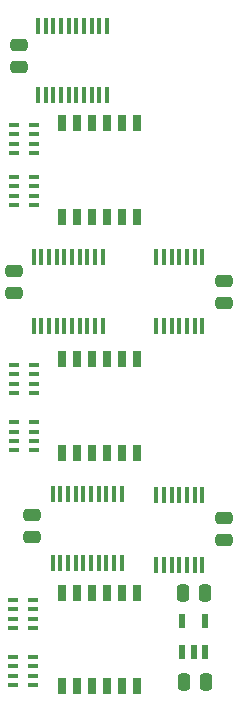
<source format=gtp>
%TF.GenerationSoftware,KiCad,Pcbnew,7.0.5*%
%TF.CreationDate,2024-02-16T14:40:26+02:00*%
%TF.ProjectId,Clock Hold Select,436c6f63-6b20-4486-9f6c-642053656c65,rev?*%
%TF.SameCoordinates,PX54c81a0PY37b6b20*%
%TF.FileFunction,Paste,Top*%
%TF.FilePolarity,Positive*%
%FSLAX46Y46*%
G04 Gerber Fmt 4.6, Leading zero omitted, Abs format (unit mm)*
G04 Created by KiCad (PCBNEW 7.0.5) date 2024-02-16 14:40:26*
%MOMM*%
%LPD*%
G01*
G04 APERTURE LIST*
G04 Aperture macros list*
%AMRoundRect*
0 Rectangle with rounded corners*
0 $1 Rounding radius*
0 $2 $3 $4 $5 $6 $7 $8 $9 X,Y pos of 4 corners*
0 Add a 4 corners polygon primitive as box body*
4,1,4,$2,$3,$4,$5,$6,$7,$8,$9,$2,$3,0*
0 Add four circle primitives for the rounded corners*
1,1,$1+$1,$2,$3*
1,1,$1+$1,$4,$5*
1,1,$1+$1,$6,$7*
1,1,$1+$1,$8,$9*
0 Add four rect primitives between the rounded corners*
20,1,$1+$1,$2,$3,$4,$5,0*
20,1,$1+$1,$4,$5,$6,$7,0*
20,1,$1+$1,$6,$7,$8,$9,0*
20,1,$1+$1,$8,$9,$2,$3,0*%
G04 Aperture macros list end*
%ADD10R,0.600000X1.150000*%
%ADD11R,0.450000X1.475000*%
%ADD12R,0.750000X1.450000*%
%ADD13RoundRect,0.250000X-0.475000X0.250000X-0.475000X-0.250000X0.475000X-0.250000X0.475000X0.250000X0*%
%ADD14R,0.900000X0.450000*%
%ADD15RoundRect,0.250000X0.250000X0.475000X-0.250000X0.475000X-0.250000X-0.475000X0.250000X-0.475000X0*%
G04 APERTURE END LIST*
D10*
%TO.C,IC1*%
X17150000Y-49179000D03*
X18100000Y-49179000D03*
X19050000Y-49179000D03*
X19050000Y-46579000D03*
X17150000Y-46579000D03*
%TD*%
D11*
%TO.C,IC2*%
X4923229Y3827000D03*
X5573229Y3827000D03*
X6223229Y3827000D03*
X6873229Y3827000D03*
X7523229Y3827000D03*
X8173229Y3827000D03*
X8823229Y3827000D03*
X9473229Y3827000D03*
X10123229Y3827000D03*
X10773229Y3827000D03*
X10773229Y-2049000D03*
X10123229Y-2049000D03*
X9473229Y-2049000D03*
X8823229Y-2049000D03*
X8173229Y-2049000D03*
X7523229Y-2049000D03*
X6873229Y-2049000D03*
X6223229Y-2049000D03*
X5573229Y-2049000D03*
X4923229Y-2049000D03*
%TD*%
%TO.C,IC3*%
X14941000Y-41800000D03*
X15591000Y-41800000D03*
X16241000Y-41800000D03*
X16891000Y-41800000D03*
X17541000Y-41800000D03*
X18191000Y-41800000D03*
X18841000Y-41800000D03*
X18841000Y-35924000D03*
X18191000Y-35924000D03*
X17541000Y-35924000D03*
X16891000Y-35924000D03*
X16241000Y-35924000D03*
X15591000Y-35924000D03*
X14941000Y-35924000D03*
%TD*%
%TO.C,IC4*%
X4568000Y-21607000D03*
X5218000Y-21607000D03*
X5868000Y-21607000D03*
X6518000Y-21607000D03*
X7168000Y-21607000D03*
X7818000Y-21607000D03*
X8468000Y-21607000D03*
X9118000Y-21607000D03*
X9768000Y-21607000D03*
X10418000Y-21607000D03*
X10418000Y-15731000D03*
X9768000Y-15731000D03*
X9118000Y-15731000D03*
X8468000Y-15731000D03*
X7818000Y-15731000D03*
X7168000Y-15731000D03*
X6518000Y-15731000D03*
X5868000Y-15731000D03*
X5218000Y-15731000D03*
X4568000Y-15731000D03*
%TD*%
%TO.C,IC5*%
X6164250Y-41673000D03*
X6814250Y-41673000D03*
X7464250Y-41673000D03*
X8114250Y-41673000D03*
X8764250Y-41673000D03*
X9414250Y-41673000D03*
X10064250Y-41673000D03*
X10714250Y-41673000D03*
X11364250Y-41673000D03*
X12014250Y-41673000D03*
X12014250Y-35797000D03*
X11364250Y-35797000D03*
X10714250Y-35797000D03*
X10064250Y-35797000D03*
X9414250Y-35797000D03*
X8764250Y-35797000D03*
X8114250Y-35797000D03*
X7464250Y-35797000D03*
X6814250Y-35797000D03*
X6164250Y-35797000D03*
%TD*%
%TO.C,IC6*%
X14941000Y-21607000D03*
X15591000Y-21607000D03*
X16241000Y-21607000D03*
X16891000Y-21607000D03*
X17541000Y-21607000D03*
X18191000Y-21607000D03*
X18841000Y-21607000D03*
X18841000Y-15731000D03*
X18191000Y-15731000D03*
X17541000Y-15731000D03*
X16891000Y-15731000D03*
X16241000Y-15731000D03*
X15591000Y-15731000D03*
X14941000Y-15731000D03*
%TD*%
D12*
%TO.C,S1*%
X6985000Y-12357000D03*
X8255000Y-12357000D03*
X9525000Y-12357000D03*
X10795000Y-12357000D03*
X12065000Y-12357000D03*
X13335000Y-12357000D03*
X13335000Y-4407000D03*
X12065000Y-4407000D03*
X10795000Y-4407000D03*
X9525000Y-4407000D03*
X8255000Y-4407000D03*
X6985000Y-4407000D03*
%TD*%
%TO.C,S2*%
X6985000Y-32334000D03*
X8255000Y-32334000D03*
X9525000Y-32334000D03*
X10795000Y-32334000D03*
X12065000Y-32334000D03*
X13335000Y-32334000D03*
X13335000Y-24384000D03*
X12065000Y-24384000D03*
X10795000Y-24384000D03*
X9525000Y-24384000D03*
X8255000Y-24384000D03*
X6985000Y-24384000D03*
%TD*%
%TO.C,S3*%
X6985000Y-52108000D03*
X8255000Y-52108000D03*
X9525000Y-52108000D03*
X10795000Y-52108000D03*
X12065000Y-52108000D03*
X13335000Y-52108000D03*
X13335000Y-44158000D03*
X12065000Y-44158000D03*
X10795000Y-44158000D03*
X9525000Y-44158000D03*
X8255000Y-44158000D03*
X6985000Y-44158000D03*
%TD*%
D13*
%TO.C,C4*%
X20701000Y-37801000D03*
X20701000Y-39701000D03*
%TD*%
D14*
%TO.C,RN2*%
X2931000Y-8960000D03*
X2931000Y-9760000D03*
X2931000Y-10560000D03*
X2931000Y-11360000D03*
X4631000Y-11360000D03*
X4631000Y-10560000D03*
X4631000Y-9760000D03*
X4631000Y-8960000D03*
%TD*%
D15*
%TO.C,C10*%
X19161000Y-51689000D03*
X17261000Y-51689000D03*
%TD*%
D14*
%TO.C,RN5*%
X2804000Y-44774000D03*
X2804000Y-45574000D03*
X2804000Y-46374000D03*
X2804000Y-47174000D03*
X4504000Y-47174000D03*
X4504000Y-46374000D03*
X4504000Y-45574000D03*
X4504000Y-44774000D03*
%TD*%
%TO.C,RN1*%
X2931000Y-4536558D03*
X2931000Y-5336558D03*
X2931000Y-6136558D03*
X2931000Y-6936558D03*
X4631000Y-6936558D03*
X4631000Y-6136558D03*
X4631000Y-5336558D03*
X4631000Y-4536558D03*
%TD*%
%TO.C,RN4*%
X2931000Y-29720558D03*
X2931000Y-30520558D03*
X2931000Y-31320558D03*
X2931000Y-32120558D03*
X4631000Y-32120558D03*
X4631000Y-31320558D03*
X4631000Y-30520558D03*
X4631000Y-29720558D03*
%TD*%
%TO.C,RN6*%
X2804000Y-49600000D03*
X2804000Y-50400000D03*
X2804000Y-51200000D03*
X2804000Y-52000000D03*
X4504000Y-52000000D03*
X4504000Y-51200000D03*
X4504000Y-50400000D03*
X4504000Y-49600000D03*
%TD*%
D13*
%TO.C,C2*%
X4445000Y-37547000D03*
X4445000Y-39447000D03*
%TD*%
%TO.C,C3*%
X20701000Y-17735000D03*
X20701000Y-19635000D03*
%TD*%
D15*
%TO.C,C11*%
X19095000Y-44196000D03*
X17195000Y-44196000D03*
%TD*%
D14*
%TO.C,RN3*%
X2931000Y-24873000D03*
X2931000Y-25673000D03*
X2931000Y-26473000D03*
X2931000Y-27273000D03*
X4631000Y-27273000D03*
X4631000Y-26473000D03*
X4631000Y-25673000D03*
X4631000Y-24873000D03*
%TD*%
D13*
%TO.C,C12*%
X2921001Y-16895999D03*
X2921001Y-18795999D03*
%TD*%
%TO.C,C1*%
X3302000Y2204000D03*
X3302000Y304000D03*
%TD*%
M02*

</source>
